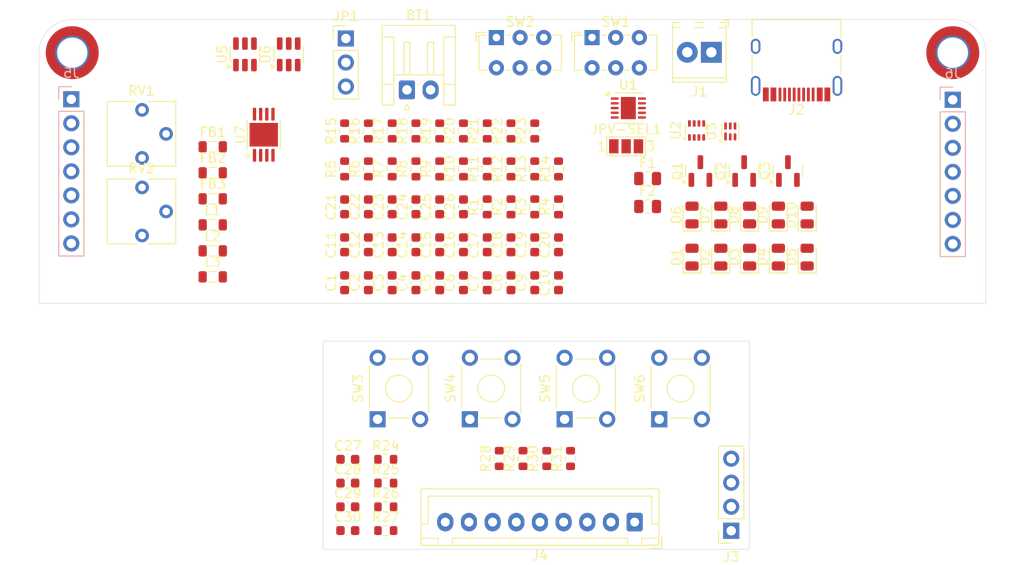
<source format=kicad_pcb>
(kicad_pcb (version 20240108) (generator "pcbnew") (generator_version "8.0")
  (layers (0 "F.Cu" signal) (31 "B.Cu" signal) (34 "B.Paste" user) (35 "F.Paste" user) (36 "B.SilkS" user "B.Silkscreen") (37 "F.SilkS" user "F.Silkscreen") (38 "B.Mask" user) (39 "F.Mask" user) (44 "Edge.Cuts" user))
  (net 0 "")
  (net 1 "Net-(BT1-+)")
  (net 2 "Net-(BT1--)")
  (net 3 "+5V")
  (net 4 "GND")
  (net 5 "Net-(D2-K)")
  (net 6 "Net-(C6-Pad1)")
  (net 7 "+3.3V")
  (net 8 "VBUS")
  (net 9 "+BATT")
  (net 10 "Net-(U3-BAT)")
  (net 11 "Net-(SW2-B)")
  (net 12 "VDC")
  (net 13 "Net-(U5-BST)")
  (net 14 "Net-(U5-SW)")
  (net 15 "Net-(U6-BST)")
  (net 16 "Net-(U6-SW)")
  (net 17 "+5BAT")
  (net 18 "+5DC")
  (net 19 "+5BUS")
  (net 20 "Net-(C27-Pad1)")
  (net 21 "Net-(C28-Pad1)")
  (net 22 "Net-(C29-Pad1)")
  (net 23 "Net-(C30-Pad1)")
  (net 24 "Net-(D1-K)")
  (net 25 "Net-(D1-A)")
  (net 26 "Net-(D5-K)")
  (net 27 "Net-(D5-A)")
  (net 28 "/PG1")
  (net 29 "/STAT1")
  (net 30 "Net-(D10-K)")
  (net 31 "Net-(SW1-B)")
  (net 32 "Net-(FB3-Pad1)")
  (net 33 "Net-(J1-Pin_2)")
  (net 34 "/D-")
  (net 36 "GNDS")
  (net 37 "/D+")
  (net 39 "/īnput_breakoff/I2C_CLK")
  (net 40 "/īnput_breakoff/SDA")
  (net 41 "+3V3")
  (net 42 "/īnput_breakoff/BTN3")
  (net 43 "/īnput_breakoff/BTN2")
  (net 44 "/īnput_breakoff/BTN4")
  (net 45 "/īnput_breakoff/BTN1")
  (net 46 "Net-(JP1-C)")
  (net 47 "Net-(JPV-SEL1-A)")
  (net 48 "Net-(JPV-SEL1-B)")
  (net 49 "/V_MCU")
  (net 50 "Net-(U7-LX)")
  (net 51 "Net-(Q2-D)")
  (net 52 "Net-(Q2-G)")
  (net 53 "Net-(Q3-G)")
  (net 54 "Net-(U1-STAT1)")
  (net 55 "Net-(U1-STAT2)")
  (net 56 "Net-(U1-~{PG})")
  (net 57 "Net-(U3-V-)")
  (net 58 "Net-(U1-PROG)")
  (net 59 "Net-(U2-PR1)")
  (net 60 "Net-(U2-MODE)")
  (net 61 "/POWER_STATUS")
  (net 62 "Net-(U7-EN)")
  (net 63 "Net-(U7-RSET)")
  (net 64 "Net-(U7-FB)")
  (net 65 "Net-(U5-FB)")
  (net 66 "Net-(U6-FB)")
  (net 67 "Net-(R24-Pad2)")
  (net 68 "Net-(R25-Pad2)")
  (net 69 "Net-(R26-Pad2)")
  (net 70 "Net-(R27-Pad2)")
  (net 71 "Net-(U1-THERM)")
  (net 74 "Net-(J2-CC2)")
  (net 75 "Net-(J2-CC1)")
  (footprint "Resistor_SMD:R_0603_1608Metric" (layer "F.Cu") (at 183.62 117.4 90)
    (property "Reference" "R30" (at 0 -1.43 -90) (layer "F.SilkS"))
    (property "Value" "R")
    (pad "1" smd roundrect (at -0.825 0 90) (size 0.8 0.95) (layers "F.Cu" "F.Paste" "F.Mask") (net 22 "Net-(C29-Pad1)"))
    (pad "2" smd roundrect (at 0.825 0 90) (size 0.8 0.95) (layers "F.Cu" "F.Paste" "F.Mask") (net 44 "/īnput_breakoff/BTN4"))
  )
  (footprint "Package_TO_SOT_SMD:TSOT-23-6" (layer "F.Cu") (at 151.74 74.675 90)
    (property "Reference" "U5" (at 0 -2.4 -90) (layer "F.SilkS"))
    (property "Value" "AP62150WU")
    (pad "1" smd roundrect (at -1.1375 -0.949999 90) (size 1.325 0.6) (layers "F.Cu" "F.Paste" "F.Mask") (net 4 "GND"))
    (pad "2" smd roundrect (at -1.1375 0 90) (size 1.325 0.6) (layers "F.Cu" "F.Paste" "F.Mask") (net 14 "Net-(U5-SW)"))
    (pad "3" smd roundrect (at -1.1375 0.949999 90) (size 1.325 0.6) (layers "F.Cu" "F.Paste" "F.Mask") (net 12 "VDC"))
    (pad "4" smd roundrect (at 1.1375 0.949999 90) (size 1.325 0.6) (layers "F.Cu" "F.Paste" "F.Mask") (net 65 "Net-(U5-FB)"))
    (pad "5" smd roundrect (at 1.1375 0 90) (size 1.325 0.6) (layers "F.Cu" "F.Paste" "F.Mask") (net 12 "VDC"))
    (pad "6" smd roundrect (at 1.1375 -0.949999 90) (size 1.325 0.6) (layers "F.Cu" "F.Paste" "F.Mask") (net 13 "Net-(U5-BST)"))
  )
  (footprint "Resistor_SMD:R_0603_1608Metric" (layer "F.Cu") (at 182.35 90.8 90)
    (property "Reference" "R3" (at 0 -1.43 -90) (layer "F.SilkS"))
    (property "Value" "5.1k")
    (pad "1" smd roundrect (at -0.825 0 90) (size 0.8 0.95) (layers "F.Cu" "F.Paste" "F.Mask") (net 74 "Net-(J2-CC2)"))
    (pad "2" smd roundrect (at 0.825 0 90) (size 0.8 0.95) (layers "F.Cu" "F.Paste" "F.Mask") (net 4 "GND"))
  )
  (footprint "Resistor_SMD:R_0603_1608Metric" (layer "F.Cu") (at 166.615 117.49)
    (property "Reference" "R24" (at 0 -1.43 0) (layer "F.SilkS"))
    (property "Value" "R")
    (pad "1" smd roundrect (at -0.825 0) (size 0.8 0.95) (layers "F.Cu" "F.Paste" "F.Mask") (net 41 "+3V3"))
    (pad "2" smd roundrect (at 0.825 0) (size 0.8 0.95) (layers "F.Cu" "F.Paste" "F.Mask") (net 67 "Net-(R24-Pad2)"))
  )
  (footprint "Capacitor_SMD:C_0603_1608Metric" (layer "F.Cu") (at 162.605 117.49)
    (property "Reference" "C27" (at 0 -1.43 0) (layer "F.SilkS"))
    (property "Value" "C")
    (pad "1" smd roundrect (at -0.775 0) (size 0.9 0.95) (layers "F.Cu" "F.Paste" "F.Mask") (net 20 "Net-(C27-Pad1)"))
    (pad "2" smd roundrect (at 0.775 0) (size 0.9 0.95) (layers "F.Cu" "F.Paste" "F.Mask") (net 4 "GND"))
  )
  (footprint "Capacitor_SMD:C_0603_1608Metric" (layer "F.Cu") (at 174.819999 98.82 90)
    (property "Reference" "C6" (at 0 -1.43 -90) (layer "F.SilkS"))
    (property "Value" "10u")
    (pad "1" smd roundrect (at -0.775 0 90) (size 0.9 0.95) (layers "F.Cu" "F.Paste" "F.Mask") (net 6 "Net-(C6-Pad1)"))
    (pad "2" smd roundrect (at 0.775 0 90) (size 0.9 0.95) (layers "F.Cu" "F.Paste" "F.Mask") (net 4 "GND"))
  )
  (footprint "Capacitor_SMD:C_0603_1608Metric" (layer "F.Cu") (at 164.779999 98.82 90)
    (property "Reference" "C2" (at 0 -1.43 -90) (layer "F.SilkS"))
    (property "Value" "10u")
    (pad "1" smd roundrect (at -0.775 0 90) (size 0.9 0.95) (layers "F.Cu" "F.Paste" "F.Mask") (net 3 "+5V"))
    (pad "2" smd roundrect (at 0.775 0 90) (size 0.9 0.95) (layers "F.Cu" "F.Paste" "F.Mask") (net 4 "GND"))
  )
  (footprint "Resistor_SMD:R_0603_1608Metric" (layer "F.Cu") (at 166.615 125.02)
    (property "Reference" "R27" (at 0 -1.43 0) (layer "F.SilkS"))
    (property "Value" "R")
    (pad "1" smd roundrect (at -0.825 0) (size 0.8 0.95) (layers "F.Cu" "F.Paste" "F.Mask") (net 41 "+3V3"))
    (pad "2" smd roundrect (at 0.825 0) (size 0.8 0.95) (layers "F.Cu" "F.Paste" "F.Mask") (net 70 "Net-(R27-Pad2)"))
  )
  (footprint "Package_TO_SOT_SMD:SOT-583-8" (layer "F.Cu") (at 199.439999 82.722499 90)
    (property "Reference" "U2" (at 0 -2.2 90) (layer "F.SilkS"))
    (property "Value" "TPS2117")
    (pad "1" smd roundrect (at -0.74 -0.75 90) (size 0.67 0.3) (layers "F.Cu" "F.Paste" "F.Mask") (roundrect_rratio 0.1666666667) (net 4 "GND"))
    (pad "2" smd roundrect (at -0.74 -0.25 90) (size 0.67 0.3) (layers "F.Cu" "F.Paste" "F.Mask") (roundrect_rratio 0.1666666667) (net 32 "Net-(FB3-Pad1)"))
    (pad "3" smd roundrect (at -0.74 0.25 90) (size 0.67 0.3) (layers "F.Cu" "F.Paste" "F.Mask") (roundrect_rratio 0.1666666667) (net 46 "Net-(JP1-C)"))
    (pad "4" smd roundrect (at -0.74 0.75 90) (size 0.67 0.3) (layers "F.Cu" "F.Paste" "F.Mask") (roundrect_rratio 0.1666666667) (net 59 "Net-(U2-PR1)"))
    (pad "5" smd roundrect (at 0.74 0.75 90) (size 0.67 0.3) (layers "F.Cu" "F.Paste" "F.Mask") (roundrect_rratio 0.1666666667) (net 60 "Net-(U2-MODE)"))
    (pad "6" smd roundrect (at 0.74 0.25 90) (size 0.67 0.3) (layers "F.Cu" "F.Paste" "F.Mask") (roundrect_rratio 0.1666666667) (net 17 "+5BAT"))
    (pad "7" smd roundrect (at 0.74 -0.25 90) (size 0.67 0.3) (layers "F.Cu" "F.Paste" "F.Mask") (roundrect_rratio 0.1666666667) (net 32 "Net-(FB3-Pad1)"))
    (pad "8" smd roundrect (at 0.74 -0.75 90) (size 0.67 0.3) (layers "F.Cu" "F.Paste" "F.Mask") (roundrect_rratio 0.1666666667) (net 61 "/POWER_STATUS"))
  )
  (footprint "Resistor_SMD:R_0603_1608Metric" (layer "F.Cu") (at 174.82 86.79 90)
    (property "Reference" "R10" (at 0 -1.43 -90) (layer "F.SilkS"))
    (property "Value" "16.9k")
    (pad "1" smd roundrect (at -0.825 0 90) (size 0.8 0.95) (layers "F.Cu" "F.Paste" "F.Mask") (net 46 "Net-(JP1-C)"))
    (pad "2" smd roundrect (at 0.825 0 90) (size 0.8 0.95) (layers "F.Cu" "F.Paste" "F.Mask") (net 59 "Net-(U2-PR1)"))
  )
  (footprint "Resistor_SMD:R_0603_1608Metric" (layer "F.Cu") (at 177.33 90.8 90)
    (property "Reference" "R1" (at 0 -1.43 -90) (layer "F.SilkS"))
    (property "Value" "R")
    (pad "1" smd roundrect (at -0.825 0 90) (size 0.8 0.95) (layers "F.Cu" "F.Paste" "F.Mask") (net 36 "GNDS"))
    (pad "2" smd roundrect (at 0.825 0 90) (size 0.8 0.95) (layers "F.Cu" "F.Paste" "F.Mask") (net 4 "GND"))
  )
  (footprint "MountingHole:MountingHole_3.2mm_M3_DIN965_Pad_TopOnly" (layer "F.Cu") (at 226.499943 74.5)
    (property "Reference" "H2" (hide yes))
    (property "Value" "MountingHole_Pad" (hide yes))
    (pad "1" thru_hole circle (at 0 0) (size 3.6 3.6) (drill 3.2) (layers "*.Cu" "*.Mask") (net 36 "GNDS"))
    (pad "1" connect circle (at 0 0) (size 5.6 5.6) (layers "F.Cu" "F.Mask") (net 36 "GNDS"))
  )
  (footprint "Connector_PinHeader_2.54mm:PinHeader_1x03_P2.54mm_Vertical" (layer "F.Cu") (at 162.4 73)
    (property "Reference" "JP1" (at 0 -2.33 0) (layer "F.SilkS"))
    (property "Value" "Jumper_3_Bridged12")
    (pad "1" thru_hole rect (at 0 0) (size 1.7 1.7) (drill 1) (layers "*.Cu" "*.Mask") (net 18 "+5DC"))
    (pad "2" thru_hole oval (at 0 2.54) (size 1.7 1.7) (drill 1) (layers "*.Cu" "*.Mask") (net 46 "Net-(JP1-C)"))
    (pad "3" thru_hole oval (at 0 5.079999) (size 1.7 1.7) (drill 1) (layers "*.Cu" "*.Mask") (net 8 "VBUS"))
  )
  (footprint "Capacitor_SMD:C_0603_1608Metric" (layer "F.Cu") (at 174.82 90.8 90)
    (property "Reference" "C26" (at 0 -1.43 -90) (layer "F.SilkS"))
    (property "Value" "22u")
    (pad "1" smd roundrect (at -0.775 0 90) (size 0.9 0.95) (layers "F.Cu" "F.Paste" "F.Mask") (net 19 "+5BUS"))
    (pad "2" smd roundrect (at 0.775 0 90) (size 0.9 0.95) (layers "F.Cu" "F.Paste" "F.Mask") (net 4 "GND"))
  )
  (footprint "Capacitor_SMD:C_0603_1608Metric" (layer "F.Cu") (at 172.309999 94.81 90)
    (property "Reference" "C15" (at 0 -1.43 -90) (layer "F.SilkS"))
    (property "Value" "C")
    (pad "1" smd roundrect (at -0.775 0 90) (size 0.9 0.95) (layers "F.Cu" "F.Paste" "F.Mask") (net 11 "Net-(SW2-B)"))
    (pad "2" smd roundrect (at 0.775 0 90) (size 0.9 0.95) (layers "F.Cu" "F.Paste" "F.Mask") (net 4 "GND"))
  )
  (footprint "Capacitor_SMD:C_0603_1608Metric" (layer "F.Cu") (at 179.840001 98.82 90)
    (property "Reference" "C8" (at 0 -1.43 -90) (layer "F.SilkS"))
    (property "Value" "10u")
    (pad "1" smd roundrect (at -0.775 0 90) (size 0.9 0.95) (layers "F.Cu" "F.Paste" "F.Mask") (net 8 "VBUS"))
    (pad "2" smd roundrect (at 0.775 0 90) (size 0.9 0.95) (layers "F.Cu" "F.Paste" "F.Mask") (net 4 "GND"))
  )
  (footprint "Button_Switch_THT:SW_E-Switch_EG1271_SPDT" (layer "F.Cu") (at 188.4 72.9)
    (property "Reference" "SW1" (at 2.5 -1.65 0) (layer "F.SilkS"))
    (property "Value" "SW_SPST")
    (pad "1" thru_hole rect (at 0 0) (size 1.6 1.6) (drill 0.8) (layers "*.Cu" "*.Mask") (net 1 "Net-(BT1-+)"))
    (pad "2" thru_hole circle (at 2.5 0) (size 1.6 1.6) (drill 0.8) (layers "*.Cu" "*.Mask") (net 31 "Net-(SW1-B)"))
    (pad "3" thru_hole circle (at 5 0) (size 1.6 1.6) (drill 0.8) (layers "*.Cu" "*.Mask"))
    (pad "4" thru_hole circle (at 0 3.2) (size 1.6 1.6) (drill 0.8) (layers "*.Cu" "*.Mask"))
    (pad "5" thru_hole circle (at 2.5 3.2) (size 1.6 1.6) (drill 0.8) (layers "*.Cu" "*.Mask"))
    (pad "6" thru_hole circle (at 5 3.2) (size 1.6 1.6) (drill 0.8) (layers "*.Cu" "*.Mask"))
  )
  (footprint "Resistor_SMD:R_0603_1608Metric" (layer "F.Cu") (at 169.8 82.780001 90)
    (property "Reference" "R18" (at 0 -1.43 -90) (layer "F.SilkS"))
    (property "Value" "100k")
    (pad "1" smd roundrect (at -0.825 0 90) (size 0.8 0.95) (layers "F.Cu" "F.Paste" "F.Mask") (net 4 "GND"))
    (pad "2" smd roundrect (at 0.825 0 90) (size 0.8 0.95) (layers "F.Cu" "F.Paste" "F.Mask") (net 64 "Net-(U7-FB)"))
  )
  (footprint "Capacitor_SMD:C_0603_1608Metric" (layer "F.Cu") (at 177.330001 94.809999 90)
    (property "Reference" "C17" (at 0 -1.43 -90) (layer "F.SilkS"))
    (property "Value" "10u")
    (pad "1" smd roundrect (at -0.775 0 90) (size 0.9 0.95) (layers "F.Cu" "F.Paste" "F.Mask") (net 12 "VDC"))
    (pad "2" smd roundrect (at 0.775 0 90) (size 0.9 0.95) (layers "F.Cu" "F.Paste" "F.Mask") (net 4 "GND"))
  )
  (footprint "TerminalBlock_Phoenix:TerminalBlock_Phoenix_MPT-0,5-2-2.54_1x02_P2.54mm_Horizontal" (layer "F.Cu") (at 201.000003 74.459998 180)
    (property "Reference" "J1" (at 1.27 -4.16 180) (layer "F.SilkS"))
    (property "Value" "Screw_Terminal_01x02")
    (pad "" np_thru_hole circle (at 0 2.54 180) (size 1.1 1.1) (drill 1.1) (layers "*.Cu" "*.Mask"))
    (pad "" np_thru_hole circle (at 2.54 2.54 180) (size 1.1 1.1) (drill 1.1) (layers "*.Cu" "*.Mask"))
    (pad "1" thru_hole rect (at 0 0 180) (size 2.2 2.2) (drill 1.1) (layers "*.Cu" "*.Mask") (net 4 "GND"))
    (pad "2" thru_hole circle (at 2.54 0 180) (size 2.2 2.2) (drill 1.1) (layers "*.Cu" "*.Mask") (net 33 "Net-(J1-Pin_2)"))
  )
  (footprint "Capacitor_SMD:C_0603_1608Metric" (layer "F.Cu") (at 162.605 122.51)
    (property "Reference" "C29" (at 0 -1.43 0) (layer "F.SilkS"))
    (property "Value" "C")
    (pad "1" smd roundrect (at -0.775 0) (size 0.9 0.95) (layers "F.Cu" "F.Paste" "F.Mask") (net 22 "Net-(C29-Pad1)"))
    (pad "2" smd roundrect (at 0.775 0) (size 0.9 0.95) (layers "F.Cu" "F.Paste" "F.Mask") (net 4 "GND"))
  )
  (footprint "Resistor_SMD:R_0603_1608Metric" (layer "F.Cu") (at 169.8 86.79 90)
    (property "Reference" "R8" (at 0 -1.43 -90) (layer "F.SilkS"))
    (property "Value" "2k2")
    (pad "1" smd roundrect (at -0.825 0 90) (size 0.8 0.95) (layers "F.Cu" "F.Paste" "F.Mask") (net 4 "GND"))
    (pad "2" smd roundrect (at 0.825 0 90) (size 0.8 0.95) (layers "F.Cu" "F.Paste" "F.Mask") (net 57 "Net-(U3-V-)"))
  )
  (footprint "Resistor_SMD:R_0603_1608Metric" (layer "F.Cu") (at 186.13 117.4 90)
    (property "Reference" "R31" (at 0 -1.43 -90) (layer "F.SilkS"))
    (property "Value" "R")
    (pad "1" smd roundrect (at -0.825 0 90) (size 0.8 0.95) (layers "F.Cu" "F.Paste" "F.Mask") (net 23 "Net-(C30-Pad1)"))
    (pad "2" smd roundrect (at 0.825 0 90) (size 0.8 0.95) (layers "F.Cu" "F.Paste" "F.Mask") (net 45 "/īnput_breakoff/BTN1"))
  )
  (footprint "Capacitor_SMD:C_0603_1608Metric" (layer "F.Cu") (at 172.309999 98.82 90)
    (property "Reference" "C5" (at 0 -1.43 -90) (layer "F.SilkS"))
    (property "Value" "10u")
    (pad "1" smd roundrect (at -0.775 0 90) (size 0.9 0.95) (layers "F.Cu" "F.Paste" "F.Mask") (net 5 "Net-(D2-K)"))
    (pad "2" smd roundrect (at 0.775 0 90) (size 0.9 0.95) (layers "F.Cu" "F.Paste" "F.Mask") (net 4 "GND"))
  )
  (footprint "Capacitor_SMD:C_0603_1608Metric" (layer "F.Cu") (at 179.840001 94.81 90)
    (property "Reference" "C18" (at 0 -1.43 -90) (layer "F.SilkS"))
    (property "Value" "10u")
    (pad "1" smd roundrect (at -0.775 0 90) (size 0.9 0.95) (layers "F.Cu" "F.Paste" "F.Mask") (net 8 "VBUS"))
    (pad "2" smd roundrect (at 0.775 0 90) (size 0.9 0.95) (layers "F.Cu" "F.Paste" "F.Mask") (net 4 "GND"))
  )
  (footprint "Package_SON:WSON-6_1.5x1.5mm_P0.5mm" (layer "F.Cu") (at 203.000001 82.827499 90)
    (property "Reference" "U3" (at 0 -2.000001 -90) (layer "F.SilkS"))
    (property "Value" "BQ297xy")
    (pad "1" smd roundrect (at -0.525 -0.499999) (size 0.28 0.85) (layers "F.Cu" "F.Paste" "F.Mask"))
    (pad "2" smd roundrect (at -0.574999 0) (size 0.28 0.75) (layers "F.Cu" "F.Paste" "F.Mask") (net 52 "Net-(Q2-G)"))
    (pad "3" smd roundrect (at -0.575 0.5) (size 0.28 0.75) (layers "F.Cu" "F.Paste" "F.Mask") (net 53 "Net-(Q3-G)"))
    (pad "4" smd roundrect (at 0.575 0.5) (size 0.28 0.75) (layers "F.Cu" "F.Paste" "F.Mask") (net 2 "Net-(BT1--)"))
    (pad "5" smd roundrect (at 0.574999 0) (size 0.28 0.75) (layers "F.Cu" "F.Paste" "F.Mask") (net 10 "Net-(U3-BAT)"))
    (pad "6" smd roundrect (at 0.575 -0.5) (size 0.28 0.75) (layers "F.Cu" "F.Paste" "F.Mask") (net 57 "Net-(U3-V-)"))
  )
  (footprint "Capacitor_SMD:C_0603_1608Metric" (layer "F.Cu") (at 162.27 90.8 90)
    (property "Reference" "C21" (at 0 -1.43 -90) (layer "F.SilkS"))
    (property "Value" "100n")
    (pad "1" smd roundrect (at -0.775 0 90) (size 0.9 0.95) (layers "F.Cu" "F.Paste" "F.Mask") (net 14 "Net-(U5-SW)"))
    (pad "2" smd roundrect (at 0.775 0 90) (size 0.9 0.95) (layers "F.Cu" "F.Paste" "F.Mask") (net 13 "Net-(U5-BST)"))
  )
  (footprint "Diode_SMD:D_0805_2012Metric" (layer "F.Cu") (at 202 91.662499 90)
    (property "Reference" "D7" (at 0 -1.65 -90) (layer "F.SilkS"))
    (property "Value" "LED")
    (pad "1" smd roundrect (at -0.937501 0 90) (size 0.975 1.4) (layers "F.Cu" "F.Paste" "F.Mask") (net 28 "/PG1"))
    (pad "2" smd roundrect (at 0.937501 0 90) (size 0.975 1.4) (layers "F.Cu" "F.Paste" "F.Mask") (net 5 "Net-(D2-K)"))
  )
  (footprint "Package_DFN_QFN:DFN-10-1EP_3x3mm_P0.5mm_EP1.58x2.35mm" (layer "F.Cu") (at 192.234999 80.355001)
    (property "Reference" "U1" (at 0 -2.450001 0) (layer "F.SilkS"))
    (property "Value" "MCP73833-xxx-MF")
    (pad "1" smd roundrect (at -1.4375 -1) (size 0.825 0.25) (layers "F.Cu" "F.Paste" "F.Mask") (net 5 "Net-(D2-K)"))
    (pad "2" smd roundrect (at -1.4375 -0.499999) (size 0.825 0.25) (layers "F.Cu" "F.Paste" "F.Mask") (net 5 "Net-(D2-K)"))
    (pad "3" smd roundrect (at -1.4375 0) (size 0.825 0.25) (layers "F.Cu" "F.Paste" "F.Mask") (net 54 "Net-(U1-STAT1)"))
    (pad "4" smd roundrect (at -1.4375 0.499999) (size 0.825 0.25) (layers "F.Cu" "F.Paste" "F.Mask") (net 55 "Net-(U1-STAT2)"))
    (pad "5" smd roundrect (at -1.4375 1) (size 0.825 0.25) (layers "F.Cu" "F.Paste" "F.Mask") (net 4 "GND"))
    (pad "6" smd roundrect (at 1.4375 1) (size 0.825 0.25) (layers "F.Cu" "F.Paste" "F.Mask") (net 58 "Net-(U1-PROG)"))
    (pad "7" smd roundrect (at 1.4375 0.499999) (size 0.825 0.25) (layers "F.Cu" "F.Paste" "F.Mask") (net 56 "Net-(U1-~{PG})"))
    (pad "8" smd roundrect (at 1.4375 0) (size 0.825 0.25) (layers "F.Cu" "F.Paste" "F.Mask") (net 71 "Net-(U1-THERM)"))
    (pad "9" smd roundrect (at 1.4375 -0.499999) (size 0.825 0.25) (layers "F.Cu" "F.Paste" "F.Mask") (net 9 "+BATT"))
    (pad "10" smd roundrect (at 1.4375 -1) (size 0.825 0.25) (layers "F.Cu" "F.Paste" "F.Mask") (net 9 "+BATT"))
    (pad "11" smd rect (at 0 0) (size 1.58 2.35) (property pad_prop_heatsink) (layers "F.Cu" "F.Mask"))
  )
  (footprint "Package_TO_SOT_SMD:SOT-23" (layer "F.Cu") (at 204.465 87.012499 90)
    (property "Reference" "Q2" (at 0 -2.4 -90) (layer "F.SilkS"))
    (property "Value" "NMOS")
    (pad "1" smd roundrect (at -0.9375 -0.95 90) (size 1.475 0.6) (layers "F.Cu" "F.Paste" "F.Mask") (net 51 "Net-(Q2-D)"))
    (pad "2" smd roundrect (at -0.9375 0.95 90) (size 1.475 0.6) (layers "F.Cu" "F.Paste" "F.Mask") (net 52 "Net-(Q2-G)"))
    (pad "3" smd roundrect (at 0.937501 0 90) (size 1.475 0.6) (layers "F.Cu" "F.Paste" "F.Mask") (net 4 "GND"))
  )
  (footprint "Fuse:Fuse_0805_2012Metric" (layer "F.Cu") (at 194.269999 90.76)
    (property "Reference" "F2" (at 0 -1.65 0) (layer "F.SilkS"))
    (property "Value" "2A")
    (pad "1" smd roundrect (at -0.937501 0) (size 0.975 1.4) (layers "F.Cu" "F.Paste" "F.Mask") (net 9 "+BATT"))
    (pad "2" smd roundrect (at 0.937501 0) (size 0.975 1.4) (layers "F.Cu" "F.Paste" "F.Mask") (net 31 "Net-(SW1-B)"))
  )
  (footprint "" (layer "F.Cu") (at 226.499943 74.5)
    (property "Reference" "" (at 0 0 0) (layer "F.SilkS") (effects (font (size 1.27 1.27))))
    (property "Value" "")
    (pad "1" thru_hole circle (at 0 0) (size 3.6 3.6) (drill 3.2) (layers "*.Cu" "*.Mask") (net 36 "GNDS"))
  )
  (footprint "Package_TO_SOT_SMD:SOT-23" (layer "F.Cu") (at 209.09 87.012499 90)
    (property "Reference" "Q3" (at 0 -2.4 -90) (layer "F.SilkS"))
    (property "Value" "NMOS")
    (pad "1" smd roundrect (at -0.9375 -0.95 90) (size 1.475 0.6) (layers "F.Cu" "F.Paste" "F.Mask") (net 51 "Net-(Q2-D)"))
    (pad "2" smd roundrect (at -0.9375 0.95 90) (size 1.475 0.6) (layers "F.Cu" "F.Paste" "F.Mask") (net 53 "Net-(Q3-G)"))
    (pad "3" smd roundrect (at 0.937501 0 90) (size 1.475 0.6) (layers "F.Cu" "F.Paste" "F.Mask") (net 2 "Net-(BT1--)"))
  )
  (footprint "Inductor_SMD:L_0805_2012Metric" (layer "F.Cu") (at 148.3375 92.7)
    (property "Reference" "L1" (at 0 -1.550001 0) (layer "F.SilkS"))
    (property "Value" "2.2UH3A")
    (pad "1" smd roundrect (at -1.0625 0) (size 0.875 1.2) (layers "F.Cu" "F.Paste" "F.Mask") (net 9 "+BATT"))
    (pad "2" smd roundrect (at 1.0625 0) (size 0.875 1.2) (layers "F.Cu" "F.Paste" "F.Mask") (net 50 "Net-(U7-LX)"))
  )
  (footprint "Potentiometer_THT:Potentiometer_Vishay_T73YP_Vertical" (layer "F.Cu") (at 140.875 93.825)
    (property "Reference" "RV2" (at -0.06 -7.09 0) (layer "F.SilkS"))
    (property "Value" "100k")
    (pad "1" thru_hole circle (at 0 0) (size 1.44 1.44) (drill 0.8) (layers "*.Cu" "*.Mask") (net 4 "GND"))
    (pad "2" thru_hole circle (at 2.54 -2.54) (size 1.44 1.44) (drill 0.8) (layers "*.Cu" "*.Mask") (net 48 "Net-(JPV-SEL1-B)"))
    (pad "3" thru_hole circle (at 0 -5.08) (size 1.44 1.44) (drill 0.8) (layers "*.Cu" "*.Mask") (net 9 "+BATT"))
  )
  (footprint "Resistor_SMD:R_0603_1608Metric" (layer "F.Cu") (at 167.29 82.780001 90)
    (property "Reference" "R17" (at 0 -1.43 -90) (layer "F.SilkS"))
    (property "Value" "750k")
    (pad "1" smd roundrect (at -0.825 0 90) (size 0.8 0.95) (layers "F.Cu" "F.Paste" "F.Mask") (net 64 "Net-(U7-FB)"))
    (pad "2" smd roundrect (at 0.825 0 90) (size 0.8 0.95) (layers "F.Cu" "F.Paste" "F.Mask") (net 17 "+5BAT"))
  )
  (footprint "Diode_SMD:D_0805_2012Metric" (layer "F.Cu") (at 211.12 91.662499 90)
    (property "Reference" "D10" (at 0 -1.65 -90) (layer "F.SilkS"))
    (property "Value" "LED")
    (pad "1" smd roundrect (at -0.937501 0 90) (size 0.975 1.4) (layers "F.Cu" "F.Paste" "F.Mask") (net 30 "Net-(D10-K)"))
    (pad "2" smd roundrect (at 0.937501 0 90) (size 0.975 1.4) (layers "F.Cu" "F.Paste" "F.Mask") (net 17 "+5BAT"))
  )
  (footprint "Capacitor_SMD:C_0603_1608Metric" (layer "F.Cu") (at 162.269999 98.82 90)
    (property "Reference" "C1" (at 0 -1.43 -90) (layer "F.SilkS"))
    (property "Value" "10u")
    (pad "1" smd roundrect (at -0.775 0 90) (size 0.9 0.95) (layers "F.Cu" "F.Paste" "F.Mask") (net 3 "+5V"))
    (pad "2" smd roundrect (at 0.775 0 90) (size 0.9 0.95) (layers "F.Cu" "F.Paste" "F.Mask") (net 4 "GND"))
  )
  (footprint "Inductor_SMD:L_0805_2012Metric" (layer "F.Cu") (at 148.337501 84.45)
    (property "Reference" "FB1" (at 0 -1.550001 0) (layer "F.SilkS"))
    (property "Value" "FerriteBead")
    (pad "1" smd roundrect (at -1.0625 0) (size 0.875 1.2) (layers "F.Cu" "F.Paste" "F.Mask") (net 26 "Net-(D5-K)"))
    (pad "2" smd roundrect (at 1.0625 0) (size 0.875 1.2) (layers "F.Cu" "F.Paste" "F.Mask") (net 8 "VBUS"))
  )
  (footprint "Resistor_SMD:R_0603_1608Metric" (layer "F.Cu") (at 162.27 86.79 90)
    (property "Reference" "R5" (at 0 -1.43 -90) (layer "F.SilkS"))
    (property "Value" "470")
    (pad "1" smd roundrect (at -0.825 0 90) (size 0.8 0.95) (layers "F.Cu" "F.Paste" "F.Mask") (net 29 "/STAT1"))
    (pad "2" smd roundrect (at 0.825 0 90) (size 0.8 0.95) (layers "F.Cu" "F.Paste" "F.Mask") (net 54 "Net-(U1-STAT1)"))
  )
  (footprint "Capacitor_SMD:C_0603_1608Metric" (layer "F.Cu") (at 162.269999 94.81 90)
    (property "Reference" "C11" (at 0 -1.43 -90) (layer "F.SilkS"))
    (property "Value" "10u")
    (pad "1" smd roundrect (at -0.775 0 90) (size 0.9 0.95) (layers "F.Cu" "F.Paste" "F.Mask") (net 7 "+3.3V"))
    (pad "2" smd roundrect (at 0.775 0 90) (size 0.9 0.95) (layers "F.Cu" "F.Paste" "F.Mask") (net 4 "GND"))
  )
  (footprint "Button_Switch_THT:SW_TH_Tactile_Omron_B3F-10xx" (layer "F.Cu") (at 175.5 113.250001 90)
    (property "Reference" "SW4" (at 3.25 -2.05 -90) (layer "F.SilkS"))
    (property "Value" "SW_Push")
    (pad "1" thru_hole rect (at 0 0 90) (size 1.7 1.7) (drill 1) (layers "*.Cu" "*.Mask") (net 69 "Net-(R26-Pad2)"))
    (pad "1" thru_hole circle (at 6.5 0 90) (size 1.7 1.7) (drill 1) (layers "*.Cu" "*.Mask") (net 69 "Net-(R26-Pad2)"))
    (pad "2" thru_hole circle (at 0 4.500001 90) (size 1.7 1.7) (drill 1) (layers "*.Cu" "*.Mask") (net 21 "Net-(C28-Pad1)"))
    (pad "2" thru_hole circle (at 6.500001 4.5 90) (size 1.7 1.7) (drill 1) (layers "*.Cu" "*.Mask") (net 21 "Net-(C28-Pad1)"))
  )
  (footprint "Resistor_SMD:R_0603_1608Metric" (layer "F.Cu") (at 179.84 86.79 90)
    (property "Reference" "R12" (at 0 -1.43 -90) (layer "F.SilkS"))
    (property "Value" "10k")
    (pad "1" smd roundrect (at -0.825 0 90) (size 0.8 0.95) (layers "F.Cu" "F.Paste" "F.Mask") (net 46 "Net-(JP1-C)"))
    (pad "2" smd roundrect (at 0.825 0 90) (size 0.8 0.95) (layers "F.Cu" "F.Paste" "F.Mask") (net 60 "Net-(U2-MODE)"))
  )
  (footprint "Capacitor_SMD:C_0603_1608Metric" (layer "F.Cu") (at 162.605 120)
    (property "Reference" "C28" (at 0 -1.43 0) (layer "F.SilkS"))
    (property "Value" "C")
    (pad "1" smd roundrect (at -0.775 0) (size 0.9 0.95) (layers "F.Cu" "F.Paste" "F.Mask") (net 21 "Net-(C28-Pad1)"))
    (pad "2" smd roundrect (at 0.775 0) (size 0.9 0.95) (layers "F.Cu" "F.Paste" "F.Mask") (net 4 "GND"))
  )
  (footprint "Potentiometer_THT:Potentiometer_Vishay_T73YP_Vertical" (layer "F.Cu") (at 140.875 85.625)
    (property "Reference" "RV1" (at -0.06 -7.09 0) (layer "F.SilkS"))
    (property "Value" "100k")
    (pad "1" thru_hole circle (at 0 0) (size 1.44 1.44) (drill 0.8) (layers "*.Cu" "*.Mask") (net 4 "GND"))
    (pad "2" thru_hole circle (at 2.54 -2.54) (size 1.44 1.44) (drill 0.8) (layers "*.Cu" "*.Mask") (net 47 "Net-(JPV-SEL1-A)"))
    (pad "3" thru_hole circle (at 0 -5.08) (size 1.44 1.44) (drill 0.8) (layers "*.Cu" "*.Mask") (net 12 "VDC"))
  )
  (footprint "Connector_JST:JST_XH_B9B-XH-A_1x09_P2.50mm_Vertical" (layer "F.Cu") (at 192.9 124.125 180)
    (property "Reference" "J4" (at 10 -3.55 180) (layer "F.SilkS"))
    (property "Value" "Conn_01x09")
    (pad "1" thru_hole roundrect (at 0 0 180) (size 1.7 1.95) (drill 0.95) (layers "*.Cu" "*.Mask") (roundrect_rratio 0.147059) (net 41 "+3V3"))
    (pad "2" thru_hole oval (at 2.5 0 180) (size 1.7 1.95) (drill 0.95) (layers "*.Cu" "*.Mask") (net 40 "/īnput_breakoff/SDA"))
    (pad "3" thru_hole oval (at 5 0 180) (size 1.7 1.95) (drill 0.95) (layers "*.Cu" "*.Mask") (net 39 "/īnput_breakoff/I2C_CLK"))
    (pad "4" thru_hole oval (at 7.5 0 180) (size 1.7 1.95) (drill 0.95) (layers "*.Cu" "*.Mask") (net 4 "GND"))
    (pad "5" thru_hole oval (at 10 0 180) (size 1.7 1.95) (drill 0.95) (layers "*.Cu" "*.Mask") (net 42 "/īnput_breakoff/BTN3"))
    (pad "6" thru_hole oval (at 12.5 0 180) (size 1.7 1.95) (drill 0.95) (layers "*.Cu" "*.Mask") (net 43 "/īnput_breakoff/BTN2"))
    (pad "7" thru_hole oval (at 15 0 180) (size 1.7 1.95) (drill 0.95) (layers "*.Cu" "*.Mask") (net 44 "/īnput_breakoff/BTN4"))
    (pad "8" thru_hole oval (at 17.5 0 180) (size 1.7 1.95) (drill 0.95) (layers "*.Cu" "*.Mask") (net 45 "/īnput_breakoff/BTN1"))
    (pad "9" thru_hole oval (at 20.000001 0 180) (size 1.7 1.95) (drill 0.95) (layers "*.Cu" "*.Mask") (net 4 "GND"))
  )
  (footprint "" (layer "F.Cu") (at 133.499943 74.5)
    (property "Reference" "" (at 0 0 0) (layer "F.SilkS") (effects (font (size 1.27 1.27))))
    (property "Value" "")
    (pad "1" connect circle (at 0 0) (size 5.6 5.6) (layers "F.Cu" "F.Mask") (net 36 "GNDS"))
  )
  (footprint "Capacitor_SMD:C_0603_1608Metric" (layer "F.Cu") (at 182.350001 94.81 90)
    (property "Reference" "C19" (at 0 -1.43 -90) (layer "F.SilkS"))
    (property "Value" "10u")
    (pad "1" smd roundrect (at -0.775 0 90) (size 0.9 0.95) (layers "F.Cu" "F.Paste" "F.Mask") (net 3 "+5V"))
    (pad "2" smd roundrect (at 0.775 0 90) (size 0.9 0.95) (layers "F.Cu" "F.Paste" "F.Mask") (net 4 "GND"))
  )
  (footprint "Resistor_SMD:R_0603_1608Metric" (layer "F.Cu") (at 172.31 82.780001 90)
    (property "Reference" "R19" (at 0 -1.43 -90) (layer "F.SilkS"))
    (property "Value" "52.3k")
    (pad "1" smd roundrect (at -0.825 0 90) (size 0.8 0.95) (layers "F.Cu" "F.Paste" "F.Mask") (net 18 "+5DC"))
    (pad "2" smd roundrect (at 0.825 0 90) (size 0.8 0.95) (layers "F.Cu" "F.Paste" "F.Mask") (net 65 "Net-(U5-FB)"))
  )
  (footprint "Capacitor_SMD:C_0603_1608Metric" (layer "F.Cu") (at 162.605 125.02)
    (property "Reference" "C30" (at 0 -1.43 0) (layer "F.SilkS"))
    (property "Value" "C")
    (pad "1" smd roundrect (at -0.775 0) (size 0.9 0.95) (layers "F.Cu" "F.Paste" "F.Mask") (net 23 "Net-(C30-Pad1)"))
    (pad "2" smd roundrect (at 0.775 0) (size 0.9 0.95) (layers "F.Cu" "F.Paste" "F.Mask") (net 4 "GND"))
  )
  (footprint "Inductor_SMD:L_0805_2012Metric" (layer "F.Cu") (at 148.3375 95.45)
    (property "Reference" "L2" (at 0 -1.550001 0) (layer "F.SilkS"))
    (property "Value" "3.3uH")
    (pad "1" smd roundrect (at -1.0625 0) (size 0.875 1.2) (layers "F.Cu" "F.Paste" "F.Mask") (net 14 "Net-(U5-SW)"))
    (pad "2" smd roundrect (at 1.0625 0) (size 0.875 1.2) (layers "F.Cu" "F.Paste" "F.Mask") (net 18 "+5DC"))
  )
  (footprint "Resistor_SMD:R_0603_1608Metric" (layer "F.Cu") (at 164.78 82.780001 90)
    (property "Reference" "R16" (at 0 -1.43 -90) (layer "F.SilkS"))
    (property "Value" "100k")
    (pad "1" smd roundrect (at -0.825 0 90) (size 0.8 0.95) (layers "F.Cu" "F.Paste" "F.Mask") (net 4 "GND"))
    (pad "2" smd roundrect (at 0.825 0 90) (size 0.8 0.95) (layers "F.Cu" "F.Paste" "F.Mask") (net 63 "Net-(U7-RSET)"))
  )
  (footprint "Resistor_SMD:R_0603_1608Metric" (layer "F.Cu") (at 179.84 82.780001 90)
    (property "Reference" "R22" (at 0 -1.43 -90) (layer "F.SilkS"))
    (property "Value" "10k")
    (pad "1" smd roundrect (at -0.825 0 90) (size 0.8 0.95) (layers "F.Cu" "F.Paste" "F.Mask") (net 66 "Net-(U6-FB)"))
    (pad "2" smd roundrect (at 0.825 0 90) (size 0.8 0.95) (layers "F.Cu" "F.Paste" "F.Mask") (net 4 "GND"))
  )
  (footprint "Resistor_SMD:R_0603_1608Metric" (layer "F.Cu") (at 184.86 90.8 90)
    (property "Reference" "R4" (at 0 -1.43 -90) (layer "F.SilkS"))
    (property "Value" "5.1k")
    (pad "1" smd roundrect (at -0.825 0 90) (size 0.8 0.95) (layers "F.Cu" "F.Paste" "F.Mask") (net 4 "GND"))
    (pad "2" smd roundrect (at 0.825 0 90) (size 0.8 0.95) (layers "F.Cu" "F.Paste" "F.Mask") (net 75 "Net-(J2-CC1)"))
  )
  (footprint "Diode_SMD:D_0805_2012Metric" (layer "F.Cu") (at 208.08 91.662498 90)
    (property "Reference" "D9" (at 0 -1.65 -90) (layer "F.SilkS"))
    (property "Value" "CD4148W")
    (pad "1" smd roundrect (at -0.937501 0 90) (size 0.975 1.4) (layers "F.Cu" "F.Paste" "F.Mask") (net 8 "VBUS"))
    (pad "2" smd roundrect (at 0.937501 0 90) (size 0.975 1.4) (layers "F.Cu" "F.Paste" "F.Mask") (net 4 "GND"))
  )
  (footprint "Fuse:Fuse_0805_2012Metric" (layer "F.Cu") (at 194.269999 87.81)
    (property "Reference" "F1" (at 0 -1.65 0) (layer "F.SilkS"))
    (property "Value" "Fuse")
    (pad "1" smd roundrect (at -0.937501 0) (size 0.975 1.4) (layers "F.Cu" "F.Paste" "F.Mask") (net 24 "Net-(D1-K)"))
    (pad "2" smd roundrect (at 0.937501 0) (size 0.975 1.4) (layers "F.Cu" "F.Paste" "F.Mask") (net 6 "Net-(C6-Pad1)"))
  )
  (footprint "Capacitor_SMD:C_0603_1608Metric" (layer "F.Cu") (at 164.78 90.8 90)
    (property "Reference" "C22" (at 0 -1.43 -90) (layer "F.SilkS"))
    (property "Value" "100n")
    (pad "1" smd roundrect (at -0.775 0 90) (size 0.9 0.95) (layers "F.Cu" "F.Paste" "F.Mask") (net 16 "Net-(U6-SW)"))
    (pad "2" smd roundrect (at 0.775 0 90) (size 0.9 0.95) (layers "F.Cu" "F.Paste" "F.Mask") (net 15 "Net-(U6-BST)"))
  )
  (footprint "Capacitor_SMD:C_0603_1608Metric" (layer "F.Cu") (at 167.29 90.8 90)
    (property "Reference" "C23" (at 0 -1.43 -90) (layer "F.SilkS"))
    (property "Value" "10u")
    (pad "1" smd roundrect (at -0.775 0 90) (size 0.9 0.95) (layers "F.Cu" "F.Paste" "F.Mask") (net 17 "+5BAT"))
    (pad "2" smd roundrect (at 0.775 0 90) (size 0.9 0.95) (layers "F.Cu" "F.Paste" "F.Mask") (net 4 "GND"))
  )
  (footprint "Connector_USB:USB_C_Receptacle_HRO_TYPE-C-31-M-12" (layer "F.Cu") (at 210 74.88 180)
    (property "Reference" "J2" (at 0 -5.645 180) (layer "F.SilkS"))
    (property "Value" "USB_C_Receptacle_USB2.0_16P")
    (pad "" np_thru_hole circle (at -2.89 -2.6 180) (size 0.65 0.65) (drill 0.65) (layers "*.Cu" "*.Mask"))
    (pad "" np_thru_hole circle (at 2.89 -2.6 180) (size 0.65 0.65) (drill 0.65) (layers "*.Cu" "*.Mask"))
    (pad "A1" smd rect (at -3.25 -4.045 180) (size 0.6 1.45) (layers "F.Cu" "F.Paste" "F.Mask") (net 4 "GND"))
    (pad "A4" smd rect (at -2.450001 -4.045 180) (size 0.6 1.45) (layers "F.Cu" "F.Paste" "F.Mask") (net 27 "Net-(D5-A)"))
    (pad "A5" smd rect (at -1.25 -4.044999 180) (size 0.3 1.45) (layers "F.Cu" "F.Paste" "F.Mask") (net 75 "Net-(J2-CC1)"))
    (pad "A6" smd rect (at -0.25 -4.045 180) (size 0.3 1.45) (layers "F.Cu" "F.Paste" "F.Mask") (net 37 "/D+"))
    (pad "A7" smd rect (at 0.25 -4.045 180) (size 0.3 1.45) (layers "F.Cu" "F.Paste" "F.Mask") (net 34 "/D-"))
    (pad "A8" smd rect (at 1.25 -4.044999 180) (size 0.3 1.45) (layers "F.Cu" "F.Paste" "F.Mask"))
    (pad "A9" smd rect (at 2.450001 -4.045 180) (size 0.6 1.45) (layers "F.Cu" "F.Paste" "F.Mask") (net 27 "Net-(D5-A)"))
    (pad "A12" smd rect (at 3.25 -4.045 180) (size 0.6 1.45) (layers "F.Cu" "F.Paste" "F.Mask") (net 4 "GND"))
    (pad "B1" smd rect (at 3.25 -4.045 180) (size 0.6 1.45) (layers "F.Cu" "F.Paste" "F.Mask") (net 4 "GND"))
    (pad "B4" smd rect (at 2.450001 -4.045 180) (size 0.6 1.45) (layers "F.Cu" "F.Paste" "F.Mask") (net 27 "Net-(D5-A)"))
    (pad "B5" smd rect (at 1.75 -4.045 180) (size 0.3 1.45) (layers "F.Cu" "F.Paste" "F.Mask") (net 74 "Net-(J2-CC2)"))
    (pad "B6" smd rect (at 0.75 -4.045 180) (size 0.3 1.45) (layers "F.Cu" "F.Paste" "F.Mask") (net 37 "/D+"))
    (pad "B7" smd rect (at -0.75 -4.045 180) (size 0.3 1.45) (layers "F.Cu" "F.Paste" "F.Mask") (net 34 "/D-"))
    (pad "B8" smd rect (at -1.75 -4.045 180) (size 0.3 1.45) (layers "F.Cu" "F.Paste" "F.Mask"))
    (pad "B9" smd rect (at -2.450001 -4.045 180) (size 0.6 1.45) (layers "F.Cu" "F.Paste" "F.Mask") (net 27 "Net-(D5-A)"))
    (pad "B12" smd rect (at -3.25 -4.045 180) (size 0.6 1.45) (layers "F.Cu" "F.Paste" "F.Mask") (net 4 "GND"))
    (pad "S1" thru_hole oval (at -4.32 -3.13 180) (size 1 2.1) (drill oval 0.6 1.7) (layers "*.Cu" "*.Mask") (net 36 "GNDS"))
    (pad "S1" thru_hole oval (at -4.32 1.05 180) (size 1 1.6) (drill oval 0.6 1.2) (layers "*.Cu" "*.Mask") (net 36 "GNDS"))
    (pad "S1" thru_hole oval (at 4.32 -3.13 180) (size 1 2.1) (drill oval 0.6 1.7) (layers "*.Cu" "*.Mask") (net 36 "GNDS"))
    (pad "S1" thru_hole oval (at 4.32 1.05 180) (size 1 1.6) (drill oval 0.6 1.2) (layers "*.Cu" "*.Mask") (net 36 "GNDS"))
  )
  (footprint "Package_SO:MSOP-8-1EP_3x3mm_P0.65mm_EP2.5x3mm_Mask1.73x2.36mm" (layer "F.Cu") (at 153.725 83.175 90)
    (property "Reference" "U7" (at 0 -2.450001 -90) (layer "F.SilkS"))
    (property "Value" "PAM2401")
    (pad "1" smd roundrect (at -2.175 -0.975 90) (size 1.35 0.35) (layers "F.Cu" "F.Paste" "F.Mask") (net 50 "Net-(U7-LX)"))
    (pad "2" smd roundrect (at -2.175 -0.325 90) (size 1.35 0.35) (layers "F.Cu" "F.Paste" "F.Mask") (net 62 "Net-(U7-EN)"))
    (pad "3" smd roundrect (at -2.175 0.325 90) (size 1.35 0.35) (layers "F.Cu" "F.Paste" "F.Mask") (net 9 "+BATT"))
    (pad "4" smd roundrect (at -2.175 0.975 90) (size 1.35 0.35) (layers "F.Cu" "F.Paste" "F.Mask") (net 4 "GND"))
    (pad "5" smd roundrect (at 2.175 0.975 90) (size 1.35 0.35) (layers "F.Cu" "F.Paste" "F.Mask") (net 64 "Net-(U7-FB)"))
    (pad "6" smd roundrect (at 2.175 0.325 90) (size 1.35 0.35) (layers "F.Cu" "F.Paste" "F.Mask") (net 63 "Net-(U7-RSET)"))
    (pad "7" smd roundrect (at 2.175 -0.325 90) (size 1.35 0.35) (layers "F.Cu" "F.Paste" "F.Mask") (net 17 "+5BAT"))
    (pad "8" smd roundrect (at 2.175 -0.975 90) (size 1.35 0.35) (layers "F.Cu" "F.Paste" "F.Mask") (net 4 "GND"))
    (pad "9" smd rect (at 0 0 90) (size 2.5 3) (property pad_prop_heatsink) (layers "F.Cu"))
  )
  (footprint "Capacitor_SMD:C_0603_1608Metric" (layer "F.Cu") (at 177.33 98.819999 90)
    (property "Reference" "C7" (at 0 -1.43 -90) (layer "F.SilkS"))
    (property "Value" "10u")
    (pad "1" smd roundrect (at -0.775 0 90) (size 0.9 0.95) (layers "F.Cu" "F.Paste" "F.Mask") (net 7 "+3.3V"))
    (pad "2" smd roundrect (at 0.775 0 90) (size 0.9 0.95) (layers "F.Cu" "F.Paste" "F.Mask") (net 4 "GND"))
  )
  (footprint "Capacitor_SMD:C_0603_1608Metric" (layer "F.Cu") (at 184.860001 98.82 90)
    (property "Reference" "C10" (at 0 -1.43 -90) (layer "F.SilkS"))
    (property "Value" "10u")
    (pad "1" smd roundrect (at -0.775 0 90) (size 0.9 0.95) (layers "F.Cu" "F.Paste" "F.Mask") (net 7 "+3.3V"))
    (pad "2" smd roundrect (at 0.775 0 90) (size 0.9 0.95) (layers "F.Cu" "F.Paste" "F.Mask") (net 4 "GND"))
  )
  (footprint "Resistor_SMD:R_0603_1608Metric" (layer "F.Cu") (at 182.35 86.79 90)
    (property "Reference" "R13" (at 0 -1.43 -90) (layer "F.SilkS"))
    (property "Value" "10k")
    (pad "1" smd roundrect (at -0.825 0 90) (size 0.8 0.95) (layers "F.Cu" "F.Paste" "F.Mask") (net 32 "Net-(FB3-Pad1)"))
    (pad "2" smd roundrect (at 0.825 0 90) (size 0.8 0.95) (layers "F.Cu" "F.Paste" "F.Mask") (net 61 "/POWER_STATUS"))
  )
  (footprint "Resistor_SMD:R_0603_1608Metric" (layer "F.Cu") (at 166.615 122.51)
    (property "Reference" "R26" (at 0 -1.43 0) (layer "F.SilkS"))
    (property "Value" "R")
    (pad "1" smd roundrect (at -0.825 0) (size 0.8 0.95) (layers "F.Cu" "F.Paste" "F.Mask") (net 41 "+3V3"))
    (pad "2" smd roundrect (at 0.825 0) (size 0.8 0.95) (layers "F.Cu" "F.Paste" "F.Mask") (net 69 "Net-(R26-Pad2)"))
  )
  (footprint "Capacitor_SMD:C_0603_1608Metric" (layer "F.Cu") (at 172.31 90.8 90)
    (property "Reference" "C25" (at 0 -1.43 -90) (layer "F.SilkS"))
    (property "Value" "22u")
    (pad "1" smd roundrect (at -0.775 0 90) (size 0.9 0.95) (layers "F.Cu" "F.Paste" "F.Mask") (net 18 "+5DC"))
    (pad "2" smd roundrect (at 0.775 0 90) (size 0.9 0.95) (layers "F.Cu" "F.Paste" "F.Mask") (net 4 "GND"))
  )
  (footprint "Capacitor_SMD:C_0603_1608Metric" (layer "F.Cu") (at 182.350001 98.82 90)
    (property "Reference" "C9" (at 0 -1.43 -90) (layer "F.SilkS"))
    (property "Value" "10u")
    (pad "1" smd roundrect (at -0.775 0 90) (size 0.9 0.95) (layers "F.Cu" "F.Paste" "F.Mask") (net 7 "+3.3V"))
    (pad "2" smd roundrect (at 0.775 0 90) (size 0.9 0.95) (layers "F.Cu" "F.Paste" "F.Mask") (net 4 "GND"))
  )
  (footprint "Resistor_SMD:R_0603_1608Metric" (layer "F.Cu") (at 166.615 120)
    (property "Reference" "R25" (at 0 -1.43 0) (layer "F.SilkS"))
    (property "Value" "R")
    (pad "1" smd roundrect (at -0.825 0) (size 0.8 0.95) (layers "F.Cu" "F.Paste" "F.Mask") (net 41 "+3V3"))
    (pad "2" smd roundrect (at 0.825 0) (size 0.8 0.95) (layers "F.Cu" "F.Paste" "F.Mask") (net 68 "Net-(R25-Pad2)"))
  )
  (footprint "Capacitor_SMD:C_0603_1608Metric" (layer "F.Cu") (at 169.8 90.8 90)
    (property "Reference" "C24" (at 0 -1.43 -90) (layer "F.SilkS"))
    (property "Value" "10u")
    (pad "1" smd roundrect (at -0.775 0 90) (size 0.9 0.95) (layers "F.Cu" "F.Paste" "F.Mask") (net 17 "+5BAT"))
    (pad "2" smd roundrect (at 0.775 0 90) (size 0.9 0.95) (layers "F.Cu" "F.Paste" "F.Mask") (net 4 "GND"))
  )
  (footprint "Capacitor_SMD:C_0603_1608Metric" (layer "F.Cu") (at 164.779999 94.81 90)
    (property "Reference" "C12" (at 0 -1.43 -90) (layer "F.SilkS"))
    (property "Value" "0.1u")
    (pad "1" smd roundrect (at -0.775 0 90) (size 0.9 0.95) (layers "F.Cu" "F.Paste" "F.Mask") (net 9 "+BATT"))
    (pad "2" smd roundrect (at 0.775 0 90) (size 0.9 0.95) (layers "F.Cu" "F.Paste" "F.Mask") (net 4 "GND"))
  )
  (footprint "Button_Switch_THT:SW_TH_Tactile_Omron_B3F-10xx" (layer "F.Cu") (at 165.75 113.250001 90)
    (property "Reference" "SW3" (at 3.25 -2.05 -90) (layer "F.SilkS"))
    (property "Value" "SW_Push")
    (pad "1" thru_hole rect (at 0 0 90) (size 1.7 1.7) (drill 1) (layers "*.Cu" "*.Mask") (net 68 "Net-(R25-Pad2)"))
    (pad "1" thru_hole circle (at 6.5 0 90) (size 1.7 1.7) (drill 1) (layers "*.Cu" "*.Mask") (net 68 "Net-(R25-Pad2)"))
    (pad "2" thru_hole circle (at 0 4.500001 90) (size 1.7 1.7) (drill 1) (layers "*.Cu" "*.Mask") (net 20 "Net-(C27-Pad1)"))
    (pad "2" thru_hole circle (at 6.500001 4.5 90) (size 1.7 1.7) (drill 1) (layers "*.Cu" "*.Mask") (net 20 "Net-(C27-Pad1)"))
  )
  (footprint "Connector_PinSocket_2.54mm:PinSocket_1x04_P2.54mm_Vertical" (layer "F.Cu") (at 203.1 125.04 180)
    (property "Reference" "J3" (at 0 -2.77 180) (layer "F.SilkS"))
    (property "Value" "Conn_01x04_Pin" (hide yes))
    (pad "1" thru_hole rect (at 0 0 180) (size 1.7 1.7) (drill 1) (layers "*.Cu" "*.Mask") (net 41 "+3V3"))
    (pad "2" thru_hole oval (at 0 2.54 180) (size 1.7 1.7) (drill 1) (layers "*.Cu" "*.Mask") (net 40 "/īnput_breakoff/SDA"))
    (pad "3" thru_hole oval (at 0 5.079999 180) (size 1.7 1.7) (drill 1) (layers "*.Cu" "*.Mask") (net 39 "/īnput_breakoff/I2C_CLK"))
    (pad "4" thru_hole oval (at 0 7.62 180) (size 1.7 1.7) (drill 1) (layers "*.Cu" "*.Mask") (net 4 "GND"))
  )
  (footprint "Diode_SMD:D_0805_2012Metric" (layer "F.Cu") (at 208.08 96.112499 90)
    (property "Reference" "D4" (at 0 -1.65 -90) (layer "F.SilkS"))
    (property "Value" "CD4148W")
    (pad "1" smd roundrect (at -0.937501 0 90) (size 0.975 1.4) (layers "F.Cu" "F.Paste" "F.Mask") (net 24 "Net-(D1-K)"))
    (pad "2" smd roundrect (at 0.937501 0 90) (size 0.975 1.4) (layers "F.Cu" "F.Paste" "F.Mask") (net 4 "GND"))
  )
  (footprint "Resistor_SMD:R_0603_1608Metric" (layer "F.Cu") (at 181.11 117.4 90)
    (property "Reference" "R29" (at 0 -1.43 -90) (layer "F.SilkS"))
    (property "Value" "R")
    (pad "1" smd roundrect (at -0.825 0 90) (size 0.8 0.95) (layers "F.Cu" "F.Paste" "F.Mask") (net 21 "Net-(C28-Pad1)"))
    (pad "2" smd roundrect (at 0.825 0 90) (size 0.8 0.95) (layers "F.Cu" "F.Paste" "F.Mask") (net 43 "/īnput_breakoff/BTN2"))
  )
  (footprint "Resistor_SMD:R_0603_1608Metric" (layer "F.Cu") (at 162.27 82.780001 90)
    (property "Reference" "R15" (at 0 -1.43 -90) (layer "F.SilkS"))
    (property "Value" "750k")
    (pad "1" smd roundrect (at -0.825 0 90) (size 0.8 0.95) (layers "F.Cu" "F.Paste" "F.Mask") (net 62 "Net-(U7-EN)"))
    (pad "2" smd roundrect (at 0.825 0 90) (size 0.8 0.95) (layers "F.Cu" "F.Paste" "F.Mask") (net 9 "+BATT"))
  )
  (footprint "Diode_SMD:D_0805_2012Metric" (layer "F.Cu") (at 202 96.112499 90)
    (property "Reference" "D2" (at 0 -1.65 -90) (layer "F.SilkS"))
    (property "Value" "D_Schottky")
    (pad "1" smd roundrect (at -0.937501 0 90) (size 0.975 1.4) (layers "F.Cu" "F.Paste" "F.Mask") (net 5 "Net-(D2-K)"))
    (pad "2" smd roundrect (at 0.937501 0 90) (size 0.975 1.4) (layers "F.Cu" "F.Paste" "F.Mask") (net 18 "+5DC"))
  )
  (footprint "Resistor_SMD:R_0603_1608Metric" (layer "F.Cu") (at 172.31 86.79 90)
    (property "Reference" "R9" (at 0 -1.43 -90) (layer "F.SilkS"))
    (property "Value" "1k")
    (pad "1" smd roundrect (at -0.825 0 90) (size 0.8 0.95) (layers "F.Cu" "F.Paste" "F.Mask") (net 4 "GND"))
    (pad "2" smd roundrect (at 0.825 0 90) (size 0.8 0.95) (layers "F.Cu" "F.Paste" "F.Mask") (net 58 "Net-(U1-PROG)"))
  )
  (footprint "Diode_SMD:D_0805_2012Metric" (layer "F.Cu") (at 205.04 96.112498 90)
    (property "Reference" "D3" (at 0 -1.65 -90) (layer "F.SilkS"))
    (property "Value" "D_Schottky")
    (pad "1" smd roundrect (at -0.937501 0 90) (size 0.975 1.4) (layers "F.Cu" "F.Paste" "F.Mask") (net 5 "Net-(D2-K)"))
    (pad "2" smd roundrect (at 0.937501 0 90) (size 0.975 1.4) (layers "F.Cu" "F.Paste" "F.Mask") (net 8 "VBUS"))
  )
  (footprint "Resistor_SMD:R_0603_1608Metric" (layer "F.Cu") (at 182.35 82.780001 90)
    (property "Reference" "R23" (at 0 -1.43 -90) (layer "F.SilkS"))
    (property "Value" "4.7k")
    (pad "1" smd roundrect (at -0.825 0 90) (size 0.8 0.95) (layers "F.Cu" "F.Paste" "F.Mask") (net 4 "GND"))
    (pad "2" smd roundrect (at 0.825 0 90) (size 0.8 0.95) (layers "F.Cu" "F.Paste" "F.Mask") (net 30 "Net-(D10-K)"))
  )
  (footprint "Package_TO_SOT_SMD:TSOT-23-6" (layer "F.Cu") (at 156.365 74.675 90)
    (property "Reference" "U6" (at 0 -2.4 -90) (layer "F.SilkS"))
    (property "Value" "AP62150WU")
    (pad "1" smd roundrect (at -1.1375 -0.949999 90) (size 1.325 0.6) (layers "F.Cu" "F.Paste" "F.Mask") (net 4 "GND"))
    (pad "2" smd roundrect (at -1.1375 0 90) (size 1.325 0.6) (layers "F.Cu" "F.Paste" "F.Mask") (net 16 "Net-(U6-SW)"))
    (pad "3" smd roundrect (at -1.1375 0.949999 90) (size 1.325 0.6) (layers "F.Cu" "F.Paste" "F.Mask") (net 8 "VBUS"))
    (pad "4" smd roundrect (at 1.1375 0.949999 90) (size 1.325 0.6) (layers "F.Cu" "F.Paste" "F.Mask") (net 66 "Net-(U6-FB)"))
    (pad "5" smd roundrect (at 1.1375 0 90) (size 1.325 0.6) (layers "F.Cu" "F.Paste" "F.Mask") (net 8 "VBUS"))
    (pad "6" smd roundrect (at 1.1375 -0.949999 90) (size 1.325 0.6) (layers "F.Cu" "F.Paste" "F.Mask") (net 15 "Net-(U6-BST)"))
  )
  (footprint "" (layer "F.Cu") (at 133.499943 74.5)
    (property "Reference" "" (at 0 0 0) (layer "F.SilkS") (effects (font (size 1.27 1.27))))
    (property "Value" "")
    (pad "1" thru_hole circle (at 0 0) (size 3.6 3.6) (drill 3.2) (layers "*.Cu" "*.Mask") (net 36 "GNDS"))
  )
  (footprint "Package_TO_SOT_SMD:SOT-23" (layer "F.Cu") (at 199.84 87.012499 90)
    (property "Reference" "Q1" (at 0 -2.4 -90) (layer "F.SilkS"))
    (property "Value" "PMOS")
    (pad "1" smd roundrect (at -0.9375 -0.95 90) (size 1.475 0.6) (layers "F.Cu" "F.Paste" "F.Mask") (net 33 "Net-(J1-Pin_2)"))
    (pad "2" smd roundrect (at -0.9375 0.95 90) (size 1.475 0.6) (layers "F.Cu" "F.Paste" "F.Mask") (net 25 "Net-(D1-A)"))
    (pad "3" smd roundrect (at 0.937501 0 90) (size 1.475 0.6) (layers "F.Cu" "F.Paste" "F.Mask") (net 24 "Net-(D1-K)"))
  )
  (footprint "Resistor_SMD:R_0603_1608Metric" (layer "F.Cu") (at 179.84 90.8 90)
    (property "Reference" "R2" (at 0 -1.43 -90) (layer "F.SilkS"))
    (property "Value" "R")
    (pad "1" smd roundrect (at -0.825 0 90) (size 0.8 0.95) (layers "F.Cu" "F.Paste" "F.Mask") (net 4 "GND"))
    (pad "2" smd roundrect (at 0.825 0 90) (size 0.8 0.95) (layers "F.Cu" "F.Paste" "F.Mask") (net 25 "Net-(D1-A)"))
  )
  (footprint "Capacitor_SMD:C_0603_1608Metric" (layer "F.Cu") (at 184.860001 94.81 90)
    (property "Reference" "C20" (at 0 -1.43 -90) (layer "F.SilkS"))
    (property "Value" "22u")
    (pad "1" smd roundrect (at -0.775 0 90) (size 0.9 0.95) (layers "F.Cu" "F.Paste" "F.Mask") (net 7 "+3.3V"))
    (pad "2" smd roundrect (at 0.775 0 90) (size 0.9 0.95) (layers "F.Cu" "F.Paste" "F.Mask") (net 4 "GND"))
  )
  (footprint "Button_Switch_THT:SW_TH_Tactile_Omron_B3F-10xx" (layer "F.Cu") (at 195.5 113.250001 90)
    (property "Reference" "SW6" (at 3.25 -2.05 -90) (layer "F.SilkS"))
    (property "Value" "SW_Push")
    (pad "1" thru_hole rect (at 0 0 90) (size 1.7 1.7) (drill 1) (layers "*.Cu" "*.Mask") (net 67 "Net-(R24-Pad2)"))
    (pad "1" thru_hole circle (at 6.5 0 90) (size 1.7 1.7) (drill 1) (layers "*.Cu" "*.Mask") (net 67 "Net-(R24-Pad2)"))
    (pad "2" thru_hole circle (at 0 4.500001 90) (size 1.7 1.7) (drill 1) (layers "*.Cu" "*.Mask") (net 23 "Net-(C30-Pad1)"))
    (pad "2" thru_hole circle (at 6.500001 4.5 90) (size 1.7 1.7) (drill 1) (layers "*.Cu" "*.Mask") (net 23 "Net-(C30-Pad1)"))
  )
  (footprint "Diode_SMD:D_0805_2012Metric" (layer "F.Cu") (at 211.12 96.112499 90)
    (property "Reference" "D5" (at 0 -1.65 -90) (layer "F.SilkS"))
    (property "Value" "D_Schottky")
    (pad "1" smd roundrect (at -0.937501 0 90) (size 0.975 1.4) (layers "F.Cu" "F.Paste" "F.Mask") (net 26 "Net-(D5-K)"))
    (pad "2" smd roundrect (at 0.937501 0 90) (size 0.975 1.4) (layers "F.Cu" "F.Paste" "F.Mask") (net 27 "Net-(D5-A)"))
  )
  (footprint "Capacitor_SMD:C_0603_1608Metric" (layer "F.Cu") (at 174.819999 94.81 90)
    (property "Reference" "C16" (at 0 -1.43 -90) (layer "F.SilkS"))
    (property "Value" "C")
    (pad "1" smd roundrect (at -0.775 0 90) (size 0.9 0.95) (layers "F.Cu" "F.Paste" "F.Mask") (net 9 "+BATT"))
    (pad "2" smd roundrect (at 0.775 0 90) (size 0.9 0.95) (layers "F.Cu" "F.Paste" "F.Mask") (net 4 "GND"))
  )
  (footprint "Resistor_SMD:R_0603_1608Metric" (layer "F.Cu") (at 177.33 82.780001 90)
    (property "Reference" "R21" (at 0 -1.43 -90) (layer "F.SilkS"))
    (property "Value" "52.3k")
    (pad "1" smd roundrect (at -0.825 0 90) (size 0.8 0.95) (layers "F.Cu" "F.Paste" "F.Mask") (net 19 "+5BUS"))
    (pad "2" smd roundrect (at 0.825 0 90) (size 0.8 0.95) (layers "F.Cu" "F.Paste" "F.Mask") (net 66 "Net-(U6-FB)"))
  )
  (footprint "Resistor_SMD:R_0603_1608Metric" (layer "F.Cu") (at 174.82 82.780001 90)
    (property "Reference" "R20" (at 0 -1.43 -90) (layer "F.SilkS"))
    (property "Value" "10k")
    (pad "1" smd roundrect (at -0.825 0 90) (size 0.8 0.95) (layers "F.Cu" "F.Paste" "F.Mask") (net 65 "Net-(U5-FB)"))
    (pad "2" smd roundrect (at 0.825 0 90) (size 0.8 0.95) (layers "F.Cu" "F.Paste" "F.Mask") (net 4 "GND"))
  )
  (footprint "Resistor_SMD:R_0603_1608Metric" (layer "F.Cu") (at 177.33 86.79 90)
    (property "Reference" "R11" (at 0 -1.43 -90) (layer "F.SilkS"))
    (property "Value" "5k")
    (pad "1" smd roundrect (at -0.825 0 90) (size 0.8 0.95) (layers "F.Cu" "F.Paste" "F.Mask") (net 59 "Net-(U2-PR1)"))
    (pad "2" smd roundrect (at 0.825 0 90) (size 0.8 0.95) (layers "F.Cu" "F.Paste" "F.Mask") (net 4 "GND"))
  )
  (footprint "Inductor_SMD:L_0805_2012Metric" (layer "F.Cu") (at 148.3375 89.95)
    (property "Reference" "FB3" (at 0 -1.550001 0) (layer "F.SilkS"))
    (property "Value" "FerriteBead")
    (pad "1" smd roundrect (at -1.0625 0) (size 0.875 1.2) (layers "F.Cu" "F.Paste" "F.Mask") (net 32 "Net-(FB3-Pad1)"))
    (pad "2" smd roundrect (at 1.0625 0) (size 0.875 1.2) (layers "F.Cu" "F.Paste" "F.Mask") (net 11 "Net-(SW2-B)"))
  )
  (footprint "Diode_SMD:D_0805_2012Metric" (layer "F.Cu") (at 205.04 91.662499 90)
    (property "Reference" "D8" (at 0 -1.65 -90) (layer "F.SilkS"))
    (property "Value" "LED")
    (pad "1" smd roundrect (at -0.937501 0 90) (size 0.975 1.4) (layers "F.Cu" "F.Paste" "F.Mask") (net 29 "/STAT1"))
    (pad "2" smd roundrect (at 0.937501 0 90) (size 0.975 1.4) (layers "F.Cu" "F.Paste" "F.Mask") (net 5 "Net-(D2-K)"))
  )
  (footprint "Button_Switch_THT:SW_TH_Tactile_Omron_B3F-10xx" (layer "F.Cu") (at 185.5 113.250001 90)
    (property "Reference" "SW5" (at 3.25 -2.05 -90) (layer "F.SilkS"))
    (property "Value" "SW_Push")
    (pad "1" thru_hole rect (at 0 0 90) (size 1.7 1.7) (drill 1) (layers "*.Cu" "*.Mask") (net 70 "Net-(R27-Pad2)"))
    (pad "1" thru_hole circle (at 6.5 0 90) (size 1.7 1.7) (drill 1) (layers "*.Cu" "*.Mask") (net 70 "Net-(R27-Pad2)"))
    (pad "2" thru_hole circle (at 0 4.500001 90) (size 1.7 1.7) (drill 1) (layers "*.Cu" "*.Mask") (net 22 "Net-(C29-Pad1)"))
    (pad "2" thru_hole circle (at 6.500001 4.5 90) (size 1.7 1.7) (drill 1) (layers "*.Cu" "*.Mask") (net 22 "Net-(C29-Pad1)"))
  )
  (footprint "Inductor_SMD:L_0805_2012Metric" (layer "F.Cu") (at 148.3375 87.2)
    (property "Reference" "FB2" (at 0 -1.550001 0) (layer "F.SilkS"))
    (property "Value" "FerriteBead")
    (pad "1" smd roundrect (at -1.0625 0) (size 0.875 1.2) (layers "F.Cu" "F.Paste" "F.Mask") (net 6 "Net-(C6-Pad1)"))
    (pad "2" smd roundrect (at 1.0625 0) (size 0.875 1.2) (layers "F.Cu" "F.Paste" "F.Mask") (net 12 "VDC"))
  )
  (footprint "Diode_SMD:D_0805_2012Metric" (layer "F.Cu") (at 198.96 91.662499 90)
    (property "Reference" "D6" (at 0 -1.65 -90) (layer "F.SilkS"))
    (property "Value" "LED")
    (pad "1" smd roundrect (at -0.937501 0 90) (size 0.975 1.4) (layers "F.Cu" "F.Paste" "F.Mask") (net 28 "/PG1"))
    (pad "2" smd roundrect (at 0.937501 0 90) (size 0.975 1.4) (layers "F.Cu" "F.Paste" "F.Mask") (net 5 "Net-(D2-K)"))
  )
  (footprint "Resistor_SMD:R_0603_1608Metric" (layer "F.Cu") (at 167.29 86.79 90)
    (property "Reference" "R7" (at 0 -1.43 -90) (layer "F.SilkS"))
    (property "Value" "470")
    (pad "1" smd roundrect (at -0.825 0 90) (size 0.8 0.95) (layers "F.Cu" "F.Paste" "F.Mask") (net 28 "/PG1"))
    (pad "2" smd roundrect (at 0.825 0 90) (size 0.8 0.95) (layers "F.Cu" "F.Paste" "F.Mask") (net 56 "Net-(U1-~{PG})"))
  )
  (footprint "Capacitor_SMD:C_0603_1608Metric" (layer "F.Cu") (at 169.799999 98.82 90)
    (property "Reference" "C4" (at 0 -1.43 -90) (layer "F.SilkS"))
    (property "Value" "10u")
    (pad "1" smd roundrect (at -0.775 0 90) (size 0.9 0.95) (layers "F.Cu" "F.Paste" "F.Mask") (net 3 "+5V"))
    (pad "2" smd roundrect (at 0.775 0 90) (size 0.9 0.95) (layers "F.Cu" "F.Paste" "F.Mask") (net 4 "GND"))
  )
  (footprint "Capacitor_SMD:C_0603_1608Metric" (layer "F.Cu") (at 169.799999 94.81 90)
    (property "Reference" "C14" (at 0 -1.43 -90) (layer "F.SilkS"))
    (property "Value" "0.1u")
    (pad "1" smd roundrect (at -0.775 0 90) (size 0.9 0.95) (layers "F.Cu" "F.Paste" "F.Mask") (net 9 "+BATT"))
    (pad "2" smd roundrect (at 0.775 0 90) (size 0.9 0.95) (layers "F.Cu" "F.Paste" "F.Mask") (net 10 "Net-(U3-BAT)"))
  )
  (footprint "Connector_JST:JST_EH_S2B-EH_1x02_P2.50mm_Horizontal" (layer "F.Cu") (at 168.85 78.4325)
    (property "Reference" "BT1" (at 1.25 -7.9 0) (layer "F.SilkS"))
    (property "Value" "Battery_Cell")
    (pad "1" thru_hole roundrect (at 0 0) (size 1.7 2) (drill 1) (layers "*.Cu" "*.Mask") (roundrect_rratio 0.147059) (net 1 "Net-(BT1-+)"))
    (pad "2" thru_hole oval (at 2.5 0) (size 1.7 2) (drill 1) (layers "*.Cu" "*.Mask") (net 2 "Net-(BT1--)"))
  )
  (footprint "Resistor_SMD:R_0603_1608Metric" (layer "F.Cu") (at 178.6 117.4 90)
    (property "Reference" "R28" (at 0 -1.43 -90) (layer "F.SilkS"))
    (property "Value" "R")
    (pad "1" smd roundrect (at -0.825 0 90) (size 0.8 0.95) (layers "F.Cu" "F.Paste" "F.Mask") (net 20 "Net-(C27-Pad1)"))
    (pad "2" smd roundrect (at 0.825 0 90) (size 0.8 0.95) (layers "F.Cu" "F.Paste" "F.Mask") (net 42 "/īnput_breakoff/BTN3"))
  )
  (footprint "Button_Switch_THT:SW_E-Switch_EG1271_SPDT" (layer "F.Cu") (at 178.3 72.9)
    (property "Reference" "SW2" (at 2.5 -1.65 0) (layer "F.SilkS"))
    (property "Value" "SW_SPST")
    (pad "1" thru_hole rect (at 0 0) (size 1.6 1.6) (drill 0.8) (layers "*.Cu" "*.Mask") (net 3 "+5V"))
    (pad "2" thru_hole circle (at 2.5 0) (size 1.6 1.6) (drill 0.8) (layers "*.Cu" "*.Mask") (net 11 "Net-(SW2-B)"))
    (pad "3" thru_hole circle (at 5 0) (size 1.6 1.6) (drill 0.8) (layers "*.Cu" "*.Mask"))
    (pad "4" thru_hole circle (at 0 3.2) (size 1.6 1.6) (drill 0.8) (layers "*.Cu" "*.Mask"))
    (pad "5" thru_hole circle (at 2.5 3.2) (size 1.6 1.6) (drill 0.8) (layers "*.Cu" "*.Mask"))
    (pad "6" thru_hole circle (at 5 3.2) (size 1.6 1.6) (drill 0.8) (layers "*.Cu" "*.Mask"))
  )
  (footprint "Diode_SMD:D_0805_2012Metric" (layer "F.Cu") (at 198.96 96.112498 90)
    (property "Reference" "D1" (at 0 -1.65 -90) (layer "F.SilkS"))
    (property "Value" "D_Zener")
    (pad "1" smd roundrect (at -0.937501 0 90) (size 0.975 1.4) (layers "F.Cu" "F.Paste" "F.Mask") (net 24 "Net-(D1-K)"))
    (pad "2" smd roundrect (at 0.937501 0 90) (size 0.975 1.4) (layers "F.Cu" "F.Paste" "F.Mask") (net 25 "Net-(D1-A)"))
  )
  (footprint "Resistor_SMD:R_0603_1608Metric" (layer "F.Cu") (at 184.86 86.79 90)
    (property "Reference" "R14" (at 0 -1.43 -90) (layer "F.SilkS"))
    (property "Value" "330")
    (pad "1" smd roundrect (at -0.825 0 90) (size 0.8 0.95) (layers "F.Cu" "F.Paste" "F.Mask") (net 2 "Net-(BT1--)"))
    (pad "2" smd roundrect (at 0.825 0 90) (size 0.8 0.95) (layers "F.Cu" "F.Paste" "F.Mask") (net 10 "Net-(U3-BAT)"))
  )
  (footprint "Inductor_SMD:L_0805_2012Metric" (layer "F.Cu") (at 148.337501 98.2)
    (property "Reference" "L3" (at 0 -1.550001 0) (layer "F.SilkS"))
    (property "Value" "3.3uH")
    (pad "1" smd roundrect (at -1.0625 0) (size 0.875 1.2) (layers "F.Cu" "F.Paste" "F.Mask") (net 16 "Net-(U6-SW)"))
    (pad "2" smd roundrect (at 1.0625 0) (size 0.875 1.2) (layers "F.Cu" "F.Paste" "F.Mask") (net 19 "+5BUS"))
  )
  (footprint "Jumper:SolderJumper-3_P1.3mm_Open_Pad1.0x1.5mm_NumberLabels" (layer "F.Cu") (at 192 84.4)
    (property "Reference" "JPV-SEL1" (at 0 -1.8 0) (layer "F.SilkS"))
    (property "Value" "Jumper_3_Open")
    (fp_text user "3" (at 2.600001 0 0) (layer "F.SilkS"))
    (fp_text user "1" (at -2.600001 0 0) (layer "F.SilkS"))
    (pad "1" smd rect (at -1.3 0) (size 1 1.5) (layers "F.Cu" "F.Mask") (net 47 "Net-(JPV-SEL1-A)"))
    (pad "2" smd rect (at 0 0) (size 1 1.5) (layers "F.Cu" "F.Mask") (net 49 "/V_MCU"))
    (pad "3" smd rect (at 1.3 0) (size 1 1.5) (layers "F.Cu" "F.Mask") (net 48 "Net-(JPV-SEL1-B)"))
  )
  (footprint "Capacitor_SMD:C_0603_1608Metric" (layer "F.Cu") (at 167.289999 94.81 90)
    (property "Reference" "C13" (at 0 -1.43 -90) (layer "F.SilkS"))
    (property "Value" "10u")
    (pad "1" smd roundrect (at -0.775 0 90) (size 0.9 0.95) (layers "F.Cu" "F.Paste" "F.Mask") (net 9 "+BATT"))
    (pad "2" smd roundrect (at 0.775 0 90) (size 0.9 0.95) (layers "F.Cu" "F.Paste" "F.Mask") (net 4 "GND"))
  )
  (footprint "Capacitor_SMD:C_0603_1608Metric" (layer "F.Cu") (at 167.289999 98.82 90)
    (property "Reference" "C3" (at 0 -1.43 -90) (layer "F.SilkS"))
    (property "Value" "10u")
    (pad "1" smd roundrect (at -0.775 0 90) (size 0.9 0.95) (layers "F.Cu" "F.Paste" "F.Mask") (net 3 "+5V"))
    (pad "2" smd roundrect (at 0.775 0 90) (size 0.9 0.95) (layers "F.Cu" "F.Paste" "F.Mask") (net 4 "GND"))
  )
  (footprint "Resistor_SMD:R_0603_1608Metric" (layer "F.Cu") (at 164.78 86.79 90)
    (property "Reference" "R6" (at 0 -1.43 -90) (layer "F.SilkS"))
    (property "Value" "470")
    (pad "1" smd roundrect (at -0.825 0 90) (size 0.8 0.95) (layers "F.Cu" "F.Paste" "F.Mask") (net 28 "/PG1"))
    (pad "2" smd roundrect (at 0.825 0 90) (size 0.8 0.95) (layers "F.Cu" "F.Paste" "F.Mask") (net 55 "Net-(U1-STAT2)"))
  )
  (footprint "Connector_PinSocket_2.54mm:PinSocket_1x07_P2.54mm_Vertical" (layer "B.Cu") (at 226.499943 79.48 180)
    (property "Reference" "J6" (at 0 2.77 180) (layer "B.SilkS") (effects (justify mirror)))
    (property "Value" "Conn_01x07_Socket")
    (pad "1" thru_hole rect (at 0 0 180) (size 1.7 1.7) (drill 1) (layers "*.Cu" "*.Mask"))
    (pad "2" thru_hole oval (at 0 -2.54 180) (size 1.7 1.7) (drill 1) (layers "*.Cu" "*.Mask"))
    (pad "3" thru_hole oval (at 0 -5.08 180) (size 1.7 1.7) (drill 1) (layers "*.Cu" "*.Mask"))
    (pad "4" thru_hole oval (at 0 -7.62 180) (size 1.7 1.7) (drill 1) (layers "*.Cu" "*.Mask"))
    (pad "5" thru_hole oval (at 0 -10.16 180) (size 1.7 1.7) (drill 1) (layers "*.Cu" "*.Mask"))
    (pad "6" thru_hole oval (at 0 -12.7 180) (size 1.7 1.7) (drill 1) (layers "*.Cu" "*.Mask"))
    (pad "7" thru_hole oval (at 0 -15.24 180) (size 1.7 1.7) (drill 1) (layers "*.Cu" "*.Mask"))
  )
  (footprint "Connector_PinSocket_2.54mm:PinSocket_1x07_P2.54mm_Vertical" (layer "B.Cu") (at 133.399943 79.425 180)
    (property "Reference" "J5" (at 0 2.77 180) (layer "B.SilkS") (effects (justify mirror)))
    (property "Value" "Conn_01x07_Socket")
    (pad "1" thru_hole rect (at 0 0 180) (size 1.7 1.7) (drill 1) (layers "*.Cu" "*.Mask") (net 3 "+5V"))
    (pad "2" thru_hole oval (at 0 -2.54 180) (size 1.7 1.7) (drill 1) (layers "*.Cu" "*.Mask") (net 4 "GND"))
    (pad "3" thru_hole oval (at 0 -5.08 180) (size 1.7 1.7) (drill 1) (layers "*.Cu" "*.Mask") (net 9 "+BATT"))
    (pad "4" thru_hole oval (at 0 -7.62 180) (size 1.7 1.7) (drill 1) (layers "*.Cu" "*.Mask"))
    (pad "5" thru_hole oval (at 0 -10.16 180) (size 1.7 1.7) (drill 1) (layers "*.Cu" "*.Mask"))
    (pad "6" thru_hole oval (at 0 -12.7 180) (size 1.7 1.7) (drill 1) (layers "*.Cu" "*.Mask") (net 49 "/V_MCU"))
    (pad "7" thru_hole oval (at 0 -15.24 180) (size 1.7 1.7) (drill 1) (layers "*.Cu" "*.Mask") (net 4 "GND"))
  )
  (gr_line (start 197.6 101) (end 205 101) (stroke (width 0.05)) (layer "Edge.Cuts"))
  (gr_line (start 167.4 101) (end 197.6 101) (stroke (width 0.05)) (layer "Edge.Cuts"))
  (gr_line (start 205 105) (end 197.6 105) (stroke (width 0.05)) (layer "Edge.Cuts"))
  (gr_line (start 160 101) (end 130 101) (stroke (width 0.05)) (layer "Edge.Cuts"))
  (gr_arc (start 129.999943 74.5) (mid 131.025069 72.025126) (end 133.499943 71) (stroke (width 0.05)) (layer "Edge.Cuts"))
  (gr_line (start 160 127) (end 160 105) (stroke (width 0.05)) (layer "Edge.Cuts"))
  (gr_line (start 160 101) (end 167.4 101) (stroke (width 0.05)) (layer "Edge.Cuts"))
  (gr_line (start 133.499943 71) (end 226.499943 71) (stroke (width 0.05)) (layer "Edge.Cuts"))
  (gr_line (start 160 105) (end 167.4 105) (stroke (width 0.05)) (layer "Edge.Cuts"))
  (gr_line (start 205 127) (end 160 127) (stroke (width 0.05)) (layer "Edge.Cuts"))
  (gr_line (start 205 105) (end 205 127) (stroke (width 0.05)) (layer "Edge.Cuts"))
  (gr_line (start 197.6 105) (end 167.4 105) (stroke (width 0.05)) (layer "Edge.Cuts"))
  (gr_arc (start 226.499943 71) (mid 228.974817 72.025126) (end 229.999943 74.5) (stroke (width 0.05)) (layer "Edge.Cuts"))
  (gr_line (start 130 101) (end 129.999943 74.5) (stroke (width 0.05)) (layer "Edge.Cuts"))
  (gr_line (start 229.999943 74.5) (end 230 101) (stroke (width 0.05)) (layer "Edge.Cuts"))
  (gr_line (start 230 101) (end 205 101) (stroke (width 0.05)) (layer "Edge.Cuts"))
)
</source>
